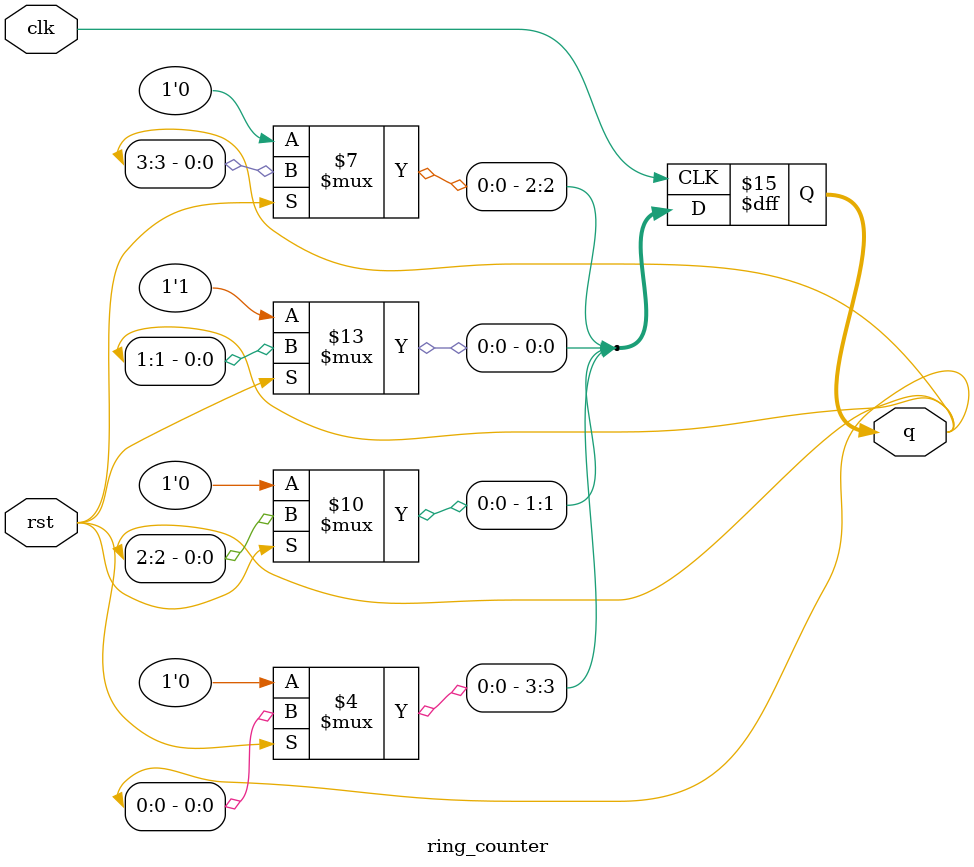
<source format=v>
`timescale 1ns / 1ps


module ring_counter(
    input clk, rst,
    output reg [3:0]q
    );
    
    always@(posedge clk)
        if(!rst)
        q = 4'b0001;
        else
        begin
        q[0] <= q[1];
        q[1] <= q[2];
        q[2] <= q[3];
        q[3] <= q[0];
        end
endmodule

</source>
